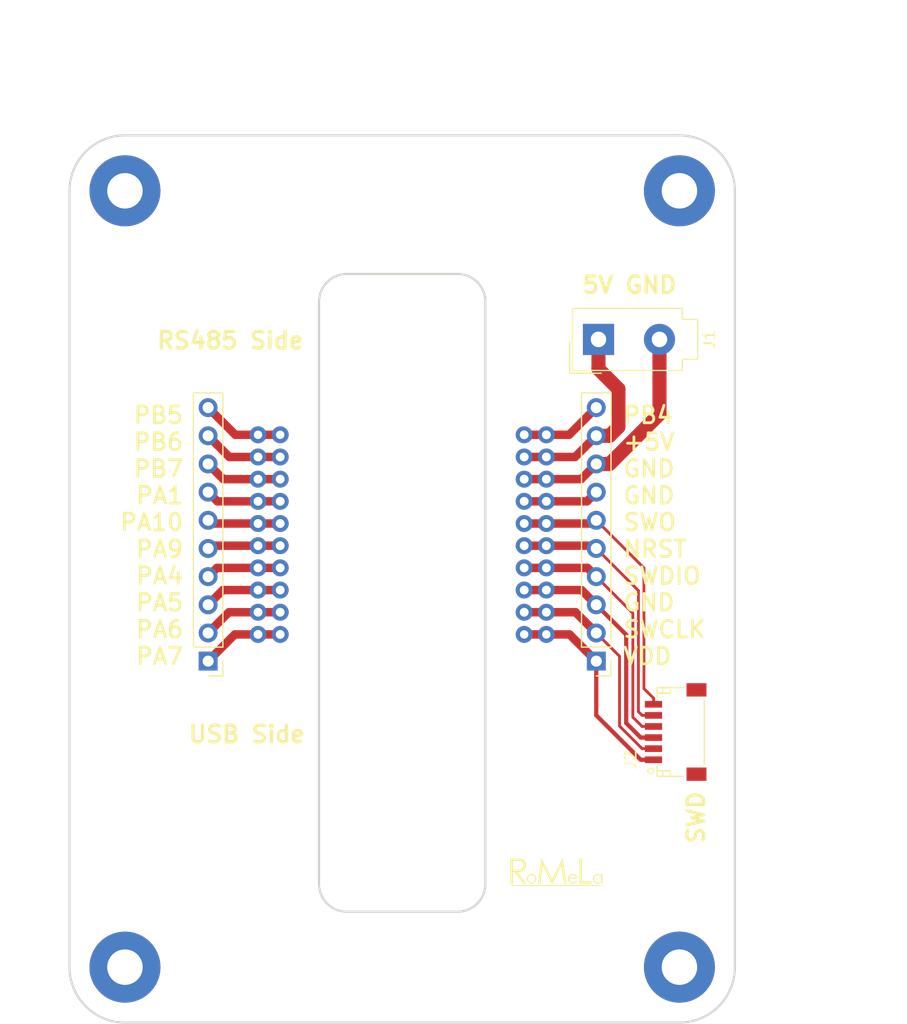
<source format=kicad_pcb>
(kicad_pcb (version 4) (host pcbnew 4.0.7)

  (general
    (links 48)
    (no_connects 0)
    (area 109.899999 39.899999 170.100001 120.100001)
    (thickness 1.6)
    (drawings 33)
    (tracks 94)
    (zones 0)
    (modules 11)
    (nets 21)
  )

  (page A4)
  (layers
    (0 F.Cu signal)
    (31 B.Cu signal)
    (32 B.Adhes user)
    (33 F.Adhes user)
    (34 B.Paste user)
    (35 F.Paste user)
    (36 B.SilkS user)
    (37 F.SilkS user)
    (38 B.Mask user)
    (39 F.Mask user)
    (40 Dwgs.User user)
    (41 Cmts.User user)
    (42 Eco1.User user)
    (43 Eco2.User user)
    (44 Edge.Cuts user)
    (45 Margin user)
    (46 B.CrtYd user)
    (47 F.CrtYd user)
    (48 B.Fab user)
    (49 F.Fab user)
  )

  (setup
    (last_trace_width 1.27)
    (user_trace_width 0.1524)
    (user_trace_width 0.254)
    (user_trace_width 0.381)
    (user_trace_width 0.508)
    (user_trace_width 0.762)
    (user_trace_width 1.27)
    (trace_clearance 0.1524)
    (zone_clearance 0.2032)
    (zone_45_only no)
    (trace_min 0.1524)
    (segment_width 0.2)
    (edge_width 0.2)
    (via_size 0.6096)
    (via_drill 0.3048)
    (via_min_size 0.6096)
    (via_min_drill 0.3048)
    (user_via 0.6096 0.3048)
    (uvia_size 0.3)
    (uvia_drill 0.1)
    (uvias_allowed no)
    (uvia_min_size 0.0254)
    (uvia_min_drill 0.1)
    (pcb_text_width 0.3)
    (pcb_text_size 1.5 1.5)
    (mod_edge_width 0.15)
    (mod_text_size 0.762 0.762)
    (mod_text_width 0.127)
    (pad_size 3 3)
    (pad_drill 3)
    (pad_to_mask_clearance 0.0762)
    (solder_mask_min_width 0.0762)
    (aux_axis_origin 140 90)
    (grid_origin 140 90)
    (visible_elements 7FFFFFFF)
    (pcbplotparams
      (layerselection 0x010f0_80000001)
      (usegerberextensions false)
      (excludeedgelayer true)
      (linewidth 0.100000)
      (plotframeref false)
      (viasonmask false)
      (mode 1)
      (useauxorigin false)
      (hpglpennumber 1)
      (hpglpenspeed 20)
      (hpglpendiameter 15)
      (hpglpenoverlay 2)
      (psnegative false)
      (psa4output false)
      (plotreference true)
      (plotvalue true)
      (plotinvisibletext false)
      (padsonsilk false)
      (subtractmaskfromsilk false)
      (outputformat 1)
      (mirror false)
      (drillshape 0)
      (scaleselection 1)
      (outputdirectory Gerber/))
  )

  (net 0 "")
  (net 1 /USART1_TX)
  (net 2 /NRST)
  (net 3 /SWDIO)
  (net 4 /SWCLK)
  (net 5 /SWO)
  (net 6 /USART2_DE)
  (net 7 /PA4)
  (net 8 /PA5)
  (net 9 /PA6)
  (net 10 /PA7)
  (net 11 /PB6)
  (net 12 /PB7)
  (net 13 /LED_G)
  (net 14 /LED_R)
  (net 15 /USART1_RX)
  (net 16 /VDD)
  (net 17 /GND3)
  (net 18 /GND7)
  (net 19 /GND8)
  (net 20 /+5V)

  (net_class Default "This is the default net class."
    (clearance 0.1524)
    (trace_width 0.254)
    (via_dia 0.6096)
    (via_drill 0.3048)
    (uvia_dia 0.3)
    (uvia_drill 0.1)
    (add_net /+5V)
    (add_net /GND3)
    (add_net /GND7)
    (add_net /GND8)
    (add_net /LED_G)
    (add_net /LED_R)
    (add_net /NRST)
    (add_net /PA4)
    (add_net /PA5)
    (add_net /PA6)
    (add_net /PA7)
    (add_net /PB6)
    (add_net /PB7)
    (add_net /SWCLK)
    (add_net /SWDIO)
    (add_net /SWO)
    (add_net /USART1_RX)
    (add_net /USART1_TX)
    (add_net /USART2_DE)
    (add_net /VDD)
  )

  (module Mounting_Holes:MountingHole_3.2mm_M3_Pad (layer F.Cu) (tedit 59C962C0) (tstamp 59C9678E)
    (at 115 115)
    (descr "Mounting Hole 3.2mm, M3")
    (tags "mounting hole 3.2mm m3")
    (attr virtual)
    (fp_text reference REF** (at 0 -4.2) (layer F.SilkS) hide
      (effects (font (size 1 1) (thickness 0.15)))
    )
    (fp_text value MountingHole_3.2mm_M3_Pad (at 0 4.2) (layer F.Fab)
      (effects (font (size 1 1) (thickness 0.15)))
    )
    (fp_text user %R (at 0.3 0) (layer F.Fab)
      (effects (font (size 1 1) (thickness 0.15)))
    )
    (fp_circle (center 0 0) (end 3.2 0) (layer Cmts.User) (width 0.15))
    (fp_circle (center 0 0) (end 3.45 0) (layer F.CrtYd) (width 0.05))
    (pad 1 thru_hole circle (at 0 0) (size 6.4 6.4) (drill 3.2) (layers *.Cu *.Mask))
  )

  (module Mounting_Holes:MountingHole_3.2mm_M3_Pad (layer F.Cu) (tedit 59C962C0) (tstamp 59C9678A)
    (at 165 115)
    (descr "Mounting Hole 3.2mm, M3")
    (tags "mounting hole 3.2mm m3")
    (attr virtual)
    (fp_text reference REF** (at 0 -4.2) (layer F.SilkS) hide
      (effects (font (size 1 1) (thickness 0.15)))
    )
    (fp_text value MountingHole_3.2mm_M3_Pad (at 0 4.2) (layer F.Fab)
      (effects (font (size 1 1) (thickness 0.15)))
    )
    (fp_text user %R (at 0.3 0) (layer F.Fab)
      (effects (font (size 1 1) (thickness 0.15)))
    )
    (fp_circle (center 0 0) (end 3.2 0) (layer Cmts.User) (width 0.15))
    (fp_circle (center 0 0) (end 3.45 0) (layer F.CrtYd) (width 0.05))
    (pad 1 thru_hole circle (at 0 0) (size 6.4 6.4) (drill 3.2) (layers *.Cu *.Mask))
  )

  (module Mounting_Holes:MountingHole_3.2mm_M3_Pad (layer F.Cu) (tedit 59C962C0) (tstamp 59C96779)
    (at 165 45)
    (descr "Mounting Hole 3.2mm, M3")
    (tags "mounting hole 3.2mm m3")
    (attr virtual)
    (fp_text reference REF** (at 0 -4.2) (layer F.SilkS) hide
      (effects (font (size 1 1) (thickness 0.15)))
    )
    (fp_text value MountingHole_3.2mm_M3_Pad (at 0 4.2) (layer F.Fab)
      (effects (font (size 1 1) (thickness 0.15)))
    )
    (fp_text user %R (at 0.3 0) (layer F.Fab)
      (effects (font (size 1 1) (thickness 0.15)))
    )
    (fp_circle (center 0 0) (end 3.2 0) (layer Cmts.User) (width 0.15))
    (fp_circle (center 0 0) (end 3.45 0) (layer F.CrtYd) (width 0.05))
    (pad 1 thru_hole circle (at 0 0) (size 6.4 6.4) (drill 3.2) (layers *.Cu *.Mask))
  )

  (module footprint_RoMeLa:Spring_Contact_10P (layer F.Cu) (tedit 59C96067) (tstamp 59C960C2)
    (at 129 67 180)
    (path /59C96CC8)
    (fp_text reference P1 (at 0 3 180) (layer F.SilkS) hide
      (effects (font (size 1 1) (thickness 0.15)))
    )
    (fp_text value CONN_Left (at 0 2 180) (layer F.Fab)
      (effects (font (size 1 1) (thickness 0.15)))
    )
    (pad 1 thru_hole circle (at 0 0 180) (size 1.524 1.524) (drill 0.762) (layers *.Cu *.Mask)
      (net 14 /LED_R))
    (pad 2 thru_hole circle (at 0 -2 180) (size 1.524 1.524) (drill 0.8) (layers *.Cu *.Mask)
      (net 11 /PB6))
    (pad 3 thru_hole circle (at 0 -4 180) (size 1.524 1.524) (drill 0.8) (layers *.Cu *.Mask)
      (net 12 /PB7))
    (pad 4 thru_hole circle (at 0 -6 180) (size 1.524 1.524) (drill 0.8) (layers *.Cu *.Mask)
      (net 6 /USART2_DE))
    (pad 5 thru_hole circle (at 0 -8 180) (size 1.524 1.524) (drill 0.8) (layers *.Cu *.Mask)
      (net 15 /USART1_RX))
    (pad 6 thru_hole circle (at 0 -10 180) (size 1.524 1.524) (drill 0.8) (layers *.Cu *.Mask)
      (net 1 /USART1_TX))
    (pad 7 thru_hole circle (at 0 -12 180) (size 1.524 1.524) (drill 0.8) (layers *.Cu *.Mask)
      (net 7 /PA4))
    (pad 8 thru_hole circle (at 0 -14 180) (size 1.524 1.524) (drill 0.8) (layers *.Cu *.Mask)
      (net 8 /PA5))
    (pad 9 thru_hole circle (at 0 -16 180) (size 1.524 1.524) (drill 0.8) (layers *.Cu *.Mask)
      (net 9 /PA6))
    (pad 10 thru_hole circle (at 0 -18 180) (size 1.524 1.524) (drill 0.8) (layers *.Cu *.Mask)
      (net 10 /PA7))
    (pad 4 thru_hole circle (at 2 -6 180) (size 1.524 1.524) (drill 0.8) (layers *.Cu *.Mask)
      (net 6 /USART2_DE))
    (pad 5 thru_hole circle (at 2 -8 180) (size 1.524 1.524) (drill 0.8) (layers *.Cu *.Mask)
      (net 15 /USART1_RX))
    (pad 2 thru_hole circle (at 2 -2 180) (size 1.524 1.524) (drill 0.8) (layers *.Cu *.Mask)
      (net 11 /PB6))
    (pad 3 thru_hole circle (at 2 -4 180) (size 1.524 1.524) (drill 0.8) (layers *.Cu *.Mask)
      (net 12 /PB7))
    (pad 1 thru_hole circle (at 2 0 180) (size 1.524 1.524) (drill 0.762) (layers *.Cu *.Mask)
      (net 14 /LED_R))
    (pad 9 thru_hole circle (at 2 -16 180) (size 1.524 1.524) (drill 0.8) (layers *.Cu *.Mask)
      (net 9 /PA6))
    (pad 6 thru_hole circle (at 2 -10 180) (size 1.524 1.524) (drill 0.8) (layers *.Cu *.Mask)
      (net 1 /USART1_TX))
    (pad 7 thru_hole circle (at 2 -12 180) (size 1.524 1.524) (drill 0.8) (layers *.Cu *.Mask)
      (net 7 /PA4))
    (pad 8 thru_hole circle (at 2 -14 180) (size 1.524 1.524) (drill 0.8) (layers *.Cu *.Mask)
      (net 8 /PA5))
    (pad 10 thru_hole circle (at 2 -18 180) (size 1.524 1.524) (drill 0.8) (layers *.Cu *.Mask)
      (net 10 /PA7))
    (pad "" np_thru_hole circle (at -2 0 180) (size 1.524 1.524) (drill 1.524) (layers *.Cu *.Mask))
    (pad "" np_thru_hole circle (at -2 -2 180) (size 1.524 1.524) (drill 1.524) (layers *.Cu *.Mask))
    (pad "" np_thru_hole circle (at -2 -4 180) (size 1.524 1.524) (drill 1.524) (layers *.Cu *.Mask))
    (pad "" np_thru_hole circle (at -2 -6 180) (size 1.524 1.524) (drill 1.524) (layers *.Cu *.Mask))
    (pad "" np_thru_hole circle (at -2 -8 180) (size 1.524 1.524) (drill 1.524) (layers *.Cu *.Mask))
    (pad "" np_thru_hole circle (at -2 -10 180) (size 1.524 1.524) (drill 1.524) (layers *.Cu *.Mask))
    (pad "" np_thru_hole circle (at -2 -12 180) (size 1.524 1.524) (drill 1.524) (layers *.Cu *.Mask))
    (pad "" np_thru_hole circle (at -2 -14 180) (size 1.524 1.524) (drill 1.524) (layers *.Cu *.Mask))
    (pad "" np_thru_hole circle (at -2 -16 180) (size 1.524 1.524) (drill 1.524) (layers *.Cu *.Mask))
    (pad "" np_thru_hole circle (at -2 -18 180) (size 1.524 1.524) (drill 1.524) (layers *.Cu *.Mask))
  )

  (module footprint_RoMeLa:Spring_Contact_10P (layer F.Cu) (tedit 59C96065) (tstamp 59C960E4)
    (at 151 85)
    (path /59C96AD3)
    (fp_text reference P2 (at 0 3) (layer F.SilkS) hide
      (effects (font (size 1 1) (thickness 0.15)))
    )
    (fp_text value CONN_Right (at 0 2) (layer F.Fab)
      (effects (font (size 1 1) (thickness 0.15)))
    )
    (pad 1 thru_hole circle (at 0 0) (size 1.524 1.524) (drill 0.762) (layers *.Cu *.Mask)
      (net 16 /VDD))
    (pad 2 thru_hole circle (at 0 -2) (size 1.524 1.524) (drill 0.8) (layers *.Cu *.Mask)
      (net 4 /SWCLK))
    (pad 3 thru_hole circle (at 0 -4) (size 1.524 1.524) (drill 0.8) (layers *.Cu *.Mask)
      (net 17 /GND3))
    (pad 4 thru_hole circle (at 0 -6) (size 1.524 1.524) (drill 0.8) (layers *.Cu *.Mask)
      (net 3 /SWDIO))
    (pad 5 thru_hole circle (at 0 -8) (size 1.524 1.524) (drill 0.8) (layers *.Cu *.Mask)
      (net 2 /NRST))
    (pad 6 thru_hole circle (at 0 -10) (size 1.524 1.524) (drill 0.8) (layers *.Cu *.Mask)
      (net 5 /SWO))
    (pad 7 thru_hole circle (at 0 -12) (size 1.524 1.524) (drill 0.8) (layers *.Cu *.Mask)
      (net 18 /GND7))
    (pad 8 thru_hole circle (at 0 -14) (size 1.524 1.524) (drill 0.8) (layers *.Cu *.Mask)
      (net 19 /GND8))
    (pad 9 thru_hole circle (at 0 -16) (size 1.524 1.524) (drill 0.8) (layers *.Cu *.Mask)
      (net 20 /+5V))
    (pad 10 thru_hole circle (at 0 -18) (size 1.524 1.524) (drill 0.8) (layers *.Cu *.Mask)
      (net 13 /LED_G))
    (pad 4 thru_hole circle (at 2 -6) (size 1.524 1.524) (drill 0.8) (layers *.Cu *.Mask)
      (net 3 /SWDIO))
    (pad 5 thru_hole circle (at 2 -8) (size 1.524 1.524) (drill 0.8) (layers *.Cu *.Mask)
      (net 2 /NRST))
    (pad 2 thru_hole circle (at 2 -2) (size 1.524 1.524) (drill 0.8) (layers *.Cu *.Mask)
      (net 4 /SWCLK))
    (pad 3 thru_hole circle (at 2 -4) (size 1.524 1.524) (drill 0.8) (layers *.Cu *.Mask)
      (net 17 /GND3))
    (pad 1 thru_hole circle (at 2 0) (size 1.524 1.524) (drill 0.762) (layers *.Cu *.Mask)
      (net 16 /VDD))
    (pad 9 thru_hole circle (at 2 -16) (size 1.524 1.524) (drill 0.8) (layers *.Cu *.Mask)
      (net 20 /+5V))
    (pad 6 thru_hole circle (at 2 -10) (size 1.524 1.524) (drill 0.8) (layers *.Cu *.Mask)
      (net 5 /SWO))
    (pad 7 thru_hole circle (at 2 -12) (size 1.524 1.524) (drill 0.8) (layers *.Cu *.Mask)
      (net 18 /GND7))
    (pad 8 thru_hole circle (at 2 -14) (size 1.524 1.524) (drill 0.8) (layers *.Cu *.Mask)
      (net 19 /GND8))
    (pad 10 thru_hole circle (at 2 -18) (size 1.524 1.524) (drill 0.8) (layers *.Cu *.Mask)
      (net 13 /LED_G))
    (pad "" np_thru_hole circle (at -2 0) (size 1.524 1.524) (drill 1.524) (layers *.Cu *.Mask))
    (pad "" np_thru_hole circle (at -2 -2) (size 1.524 1.524) (drill 1.524) (layers *.Cu *.Mask))
    (pad "" np_thru_hole circle (at -2 -4) (size 1.524 1.524) (drill 1.524) (layers *.Cu *.Mask))
    (pad "" np_thru_hole circle (at -2 -6) (size 1.524 1.524) (drill 1.524) (layers *.Cu *.Mask))
    (pad "" np_thru_hole circle (at -2 -8) (size 1.524 1.524) (drill 1.524) (layers *.Cu *.Mask))
    (pad "" np_thru_hole circle (at -2 -10) (size 1.524 1.524) (drill 1.524) (layers *.Cu *.Mask))
    (pad "" np_thru_hole circle (at -2 -12) (size 1.524 1.524) (drill 1.524) (layers *.Cu *.Mask))
    (pad "" np_thru_hole circle (at -2 -14) (size 1.524 1.524) (drill 1.524) (layers *.Cu *.Mask))
    (pad "" np_thru_hole circle (at -2 -16) (size 1.524 1.524) (drill 1.524) (layers *.Cu *.Mask))
    (pad "" np_thru_hole circle (at -2 -18) (size 1.524 1.524) (drill 1.524) (layers *.Cu *.Mask))
  )

  (module Socket_Strips:Socket_Strip_Straight_1x10_Pitch2.54mm (layer F.Cu) (tedit 59C96062) (tstamp 59C962A0)
    (at 157.5 87.41 180)
    (descr "Through hole straight socket strip, 1x10, 2.54mm pitch, single row")
    (tags "Through hole socket strip THT 1x10 2.54mm single row")
    (path /59B6CED0)
    (fp_text reference P3 (at 0 -2.33 180) (layer F.SilkS) hide
      (effects (font (size 1 1) (thickness 0.15)))
    )
    (fp_text value CONN_01X10 (at 0 25.19 180) (layer F.Fab)
      (effects (font (size 1 1) (thickness 0.15)))
    )
    (fp_line (start -1.27 -1.27) (end -1.27 24.13) (layer F.Fab) (width 0.1))
    (fp_line (start -1.27 24.13) (end 1.27 24.13) (layer F.Fab) (width 0.1))
    (fp_line (start 1.27 24.13) (end 1.27 -1.27) (layer F.Fab) (width 0.1))
    (fp_line (start 1.27 -1.27) (end -1.27 -1.27) (layer F.Fab) (width 0.1))
    (fp_line (start -1.33 1.27) (end -1.33 24.19) (layer F.SilkS) (width 0.12))
    (fp_line (start -1.33 24.19) (end 1.33 24.19) (layer F.SilkS) (width 0.12))
    (fp_line (start 1.33 24.19) (end 1.33 1.27) (layer F.SilkS) (width 0.12))
    (fp_line (start 1.33 1.27) (end -1.33 1.27) (layer F.SilkS) (width 0.12))
    (fp_line (start -1.33 0) (end -1.33 -1.33) (layer F.SilkS) (width 0.12))
    (fp_line (start -1.33 -1.33) (end 0 -1.33) (layer F.SilkS) (width 0.12))
    (fp_line (start -1.8 -1.8) (end -1.8 24.65) (layer F.CrtYd) (width 0.05))
    (fp_line (start -1.8 24.65) (end 1.8 24.65) (layer F.CrtYd) (width 0.05))
    (fp_line (start 1.8 24.65) (end 1.8 -1.8) (layer F.CrtYd) (width 0.05))
    (fp_line (start 1.8 -1.8) (end -1.8 -1.8) (layer F.CrtYd) (width 0.05))
    (fp_text user %R (at 0 -2.33 180) (layer F.Fab)
      (effects (font (size 1 1) (thickness 0.15)))
    )
    (pad 1 thru_hole rect (at 0 0 180) (size 1.7 1.7) (drill 1) (layers *.Cu *.Mask)
      (net 16 /VDD))
    (pad 2 thru_hole oval (at 0 2.54 180) (size 1.7 1.7) (drill 1) (layers *.Cu *.Mask)
      (net 4 /SWCLK))
    (pad 3 thru_hole oval (at 0 5.08 180) (size 1.7 1.7) (drill 1) (layers *.Cu *.Mask)
      (net 17 /GND3))
    (pad 4 thru_hole oval (at 0 7.62 180) (size 1.7 1.7) (drill 1) (layers *.Cu *.Mask)
      (net 3 /SWDIO))
    (pad 5 thru_hole oval (at 0 10.16 180) (size 1.7 1.7) (drill 1) (layers *.Cu *.Mask)
      (net 2 /NRST))
    (pad 6 thru_hole oval (at 0 12.7 180) (size 1.7 1.7) (drill 1) (layers *.Cu *.Mask)
      (net 5 /SWO))
    (pad 7 thru_hole oval (at 0 15.24 180) (size 1.7 1.7) (drill 1) (layers *.Cu *.Mask)
      (net 18 /GND7))
    (pad 8 thru_hole oval (at 0 17.78 180) (size 1.7 1.7) (drill 1) (layers *.Cu *.Mask)
      (net 19 /GND8))
    (pad 9 thru_hole oval (at 0 20.32 180) (size 1.7 1.7) (drill 1) (layers *.Cu *.Mask)
      (net 20 /+5V))
    (pad 10 thru_hole oval (at 0 22.86 180) (size 1.7 1.7) (drill 1) (layers *.Cu *.Mask)
      (net 13 /LED_G))
    (model ${KISYS3DMOD}/Socket_Strips.3dshapes/Socket_Strip_Straight_1x10_Pitch2.54mm.wrl
      (at (xyz 0 -0.45 0))
      (scale (xyz 1 1 1))
      (rotate (xyz 0 0 270))
    )
  )

  (module Socket_Strips:Socket_Strip_Straight_1x10_Pitch2.54mm (layer F.Cu) (tedit 59C9605F) (tstamp 59C962BC)
    (at 122.5 87.41 180)
    (descr "Through hole straight socket strip, 1x10, 2.54mm pitch, single row")
    (tags "Through hole socket strip THT 1x10 2.54mm single row")
    (path /59B6DB07)
    (fp_text reference P4 (at 0 -2.33 180) (layer F.SilkS) hide
      (effects (font (size 1 1) (thickness 0.15)))
    )
    (fp_text value CONN_01X10 (at 0 25.19 180) (layer F.Fab)
      (effects (font (size 1 1) (thickness 0.15)))
    )
    (fp_line (start -1.27 -1.27) (end -1.27 24.13) (layer F.Fab) (width 0.1))
    (fp_line (start -1.27 24.13) (end 1.27 24.13) (layer F.Fab) (width 0.1))
    (fp_line (start 1.27 24.13) (end 1.27 -1.27) (layer F.Fab) (width 0.1))
    (fp_line (start 1.27 -1.27) (end -1.27 -1.27) (layer F.Fab) (width 0.1))
    (fp_line (start -1.33 1.27) (end -1.33 24.19) (layer F.SilkS) (width 0.12))
    (fp_line (start -1.33 24.19) (end 1.33 24.19) (layer F.SilkS) (width 0.12))
    (fp_line (start 1.33 24.19) (end 1.33 1.27) (layer F.SilkS) (width 0.12))
    (fp_line (start 1.33 1.27) (end -1.33 1.27) (layer F.SilkS) (width 0.12))
    (fp_line (start -1.33 0) (end -1.33 -1.33) (layer F.SilkS) (width 0.12))
    (fp_line (start -1.33 -1.33) (end 0 -1.33) (layer F.SilkS) (width 0.12))
    (fp_line (start -1.8 -1.8) (end -1.8 24.65) (layer F.CrtYd) (width 0.05))
    (fp_line (start -1.8 24.65) (end 1.8 24.65) (layer F.CrtYd) (width 0.05))
    (fp_line (start 1.8 24.65) (end 1.8 -1.8) (layer F.CrtYd) (width 0.05))
    (fp_line (start 1.8 -1.8) (end -1.8 -1.8) (layer F.CrtYd) (width 0.05))
    (fp_text user %R (at 0 -2.33 180) (layer F.Fab)
      (effects (font (size 1 1) (thickness 0.15)))
    )
    (pad 1 thru_hole rect (at 0 0 180) (size 1.7 1.7) (drill 1) (layers *.Cu *.Mask)
      (net 10 /PA7))
    (pad 2 thru_hole oval (at 0 2.54 180) (size 1.7 1.7) (drill 1) (layers *.Cu *.Mask)
      (net 9 /PA6))
    (pad 3 thru_hole oval (at 0 5.08 180) (size 1.7 1.7) (drill 1) (layers *.Cu *.Mask)
      (net 8 /PA5))
    (pad 4 thru_hole oval (at 0 7.62 180) (size 1.7 1.7) (drill 1) (layers *.Cu *.Mask)
      (net 7 /PA4))
    (pad 5 thru_hole oval (at 0 10.16 180) (size 1.7 1.7) (drill 1) (layers *.Cu *.Mask)
      (net 1 /USART1_TX))
    (pad 6 thru_hole oval (at 0 12.7 180) (size 1.7 1.7) (drill 1) (layers *.Cu *.Mask)
      (net 15 /USART1_RX))
    (pad 7 thru_hole oval (at 0 15.24 180) (size 1.7 1.7) (drill 1) (layers *.Cu *.Mask)
      (net 6 /USART2_DE))
    (pad 8 thru_hole oval (at 0 17.78 180) (size 1.7 1.7) (drill 1) (layers *.Cu *.Mask)
      (net 12 /PB7))
    (pad 9 thru_hole oval (at 0 20.32 180) (size 1.7 1.7) (drill 1) (layers *.Cu *.Mask)
      (net 11 /PB6))
    (pad 10 thru_hole oval (at 0 22.86 180) (size 1.7 1.7) (drill 1) (layers *.Cu *.Mask)
      (net 14 /LED_R))
    (model ${KISYS3DMOD}/Socket_Strips.3dshapes/Socket_Strip_Straight_1x10_Pitch2.54mm.wrl
      (at (xyz 0 -0.45 0))
      (scale (xyz 1 1 1))
      (rotate (xyz 0 0 270))
    )
  )

  (module Connectors_Molex:Molex_MiniFit-JR-5556-02A_2x01x4.20mm_Straight (layer F.Cu) (tedit 58A28952) (tstamp 59C966AA)
    (at 157.7 58.4 90)
    (descr "Molex Mini-Fit JR, PN:5556-02A, dual row, top entry type, through hole")
    (tags "connector molex mini-fit 5556")
    (path /59C96F44)
    (fp_text reference J1 (at 0 10 90) (layer F.SilkS)
      (effects (font (size 1 1) (thickness 0.15)))
    )
    (fp_text value Conn_01x02 (at 0 -4 90) (layer F.Fab)
      (effects (font (size 1 1) (thickness 0.15)))
    )
    (fp_line (start -2.7 -2.25) (end -2.7 7.45) (layer F.Fab) (width 0.1))
    (fp_line (start -2.7 7.45) (end 2.7 7.45) (layer F.Fab) (width 0.1))
    (fp_line (start 2.7 7.45) (end 2.7 -2.25) (layer F.Fab) (width 0.1))
    (fp_line (start 2.7 -2.25) (end -2.7 -2.25) (layer F.Fab) (width 0.1))
    (fp_line (start -1.7 7.45) (end -1.7 8.85) (layer F.Fab) (width 0.1))
    (fp_line (start -1.7 8.85) (end 1.7 8.85) (layer F.Fab) (width 0.1))
    (fp_line (start 1.7 8.85) (end 1.7 7.45) (layer F.Fab) (width 0.1))
    (fp_line (start -1.75 -1.75) (end -1.75 1.75) (layer F.Fab) (width 0.1))
    (fp_line (start -1.75 1.75) (end 1.75 1.75) (layer F.Fab) (width 0.1))
    (fp_line (start 1.75 1.75) (end 1.75 -1.75) (layer F.Fab) (width 0.1))
    (fp_line (start 1.75 -1.75) (end -1.75 -1.75) (layer F.Fab) (width 0.1))
    (fp_line (start -1.75 7.25) (end -1.75 4.625) (layer F.Fab) (width 0.1))
    (fp_line (start -1.75 4.625) (end -0.875 3.75) (layer F.Fab) (width 0.1))
    (fp_line (start -0.875 3.75) (end 0.875 3.75) (layer F.Fab) (width 0.1))
    (fp_line (start 0.875 3.75) (end 1.75 4.625) (layer F.Fab) (width 0.1))
    (fp_line (start 1.75 4.625) (end 1.75 7.25) (layer F.Fab) (width 0.1))
    (fp_line (start 1.75 7.25) (end -1.75 7.25) (layer F.Fab) (width 0.1))
    (fp_line (start 0 -2.35) (end -2.8 -2.35) (layer F.SilkS) (width 0.12))
    (fp_line (start -2.8 -2.35) (end -2.8 7.55) (layer F.SilkS) (width 0.12))
    (fp_line (start -2.8 7.55) (end -1.8 7.55) (layer F.SilkS) (width 0.12))
    (fp_line (start -1.8 7.55) (end -1.8 8.95) (layer F.SilkS) (width 0.12))
    (fp_line (start -1.8 8.95) (end 0 8.95) (layer F.SilkS) (width 0.12))
    (fp_line (start 0 -2.35) (end 2.8 -2.35) (layer F.SilkS) (width 0.12))
    (fp_line (start 2.8 -2.35) (end 2.8 7.55) (layer F.SilkS) (width 0.12))
    (fp_line (start 2.8 7.55) (end 1.8 7.55) (layer F.SilkS) (width 0.12))
    (fp_line (start 1.8 7.55) (end 1.8 8.95) (layer F.SilkS) (width 0.12))
    (fp_line (start 1.8 8.95) (end 0 8.95) (layer F.SilkS) (width 0.12))
    (fp_line (start -0.2 -2.6) (end -3.05 -2.6) (layer F.SilkS) (width 0.12))
    (fp_line (start -3.05 -2.6) (end -3.05 0.25) (layer F.SilkS) (width 0.12))
    (fp_line (start -0.2 -2.6) (end -3.05 -2.6) (layer F.Fab) (width 0.1))
    (fp_line (start -3.05 -2.6) (end -3.05 0.25) (layer F.Fab) (width 0.1))
    (fp_line (start -3.2 -2.75) (end -3.2 9.3) (layer F.CrtYd) (width 0.05))
    (fp_line (start -3.2 9.3) (end 3.2 9.3) (layer F.CrtYd) (width 0.05))
    (fp_line (start 3.2 9.3) (end 3.2 -2.75) (layer F.CrtYd) (width 0.05))
    (fp_line (start 3.2 -2.75) (end -3.2 -2.75) (layer F.CrtYd) (width 0.05))
    (fp_text user %R (at 0 3 90) (layer F.Fab)
      (effects (font (size 1 1) (thickness 0.15)))
    )
    (pad 1 thru_hole rect (at 0 0 90) (size 2.8 2.8) (drill 1.4) (layers *.Cu *.Mask)
      (net 20 /+5V))
    (pad 2 thru_hole circle (at 0 5.5 90) (size 2.8 2.8) (drill 1.4) (layers *.Cu *.Mask)
      (net 19 /GND8))
    (model ${KISYS3DMOD}/Connectors_Molex.3dshapes/Molex_MiniFit-JR-5556-02A_2x01x4.20mm_Straight.wrl
      (at (xyz 0 0 0))
      (scale (xyz 1 1 1))
      (rotate (xyz 0 0 0))
    )
  )

  (module Mounting_Holes:MountingHole_3.2mm_M3_Pad (layer F.Cu) (tedit 59C962C2) (tstamp 59C96776)
    (at 115 45)
    (descr "Mounting Hole 3.2mm, M3")
    (tags "mounting hole 3.2mm m3")
    (attr virtual)
    (fp_text reference REF** (at 0 -4.2) (layer F.SilkS) hide
      (effects (font (size 1 1) (thickness 0.15)))
    )
    (fp_text value MountingHole_3.2mm_M3_Pad (at 0 4.2) (layer F.Fab)
      (effects (font (size 1 1) (thickness 0.15)))
    )
    (fp_text user %R (at 0.3 0) (layer F.Fab)
      (effects (font (size 1 1) (thickness 0.15)))
    )
    (fp_circle (center 0 0) (end 3.2 0) (layer Cmts.User) (width 0.15))
    (fp_circle (center 0 0) (end 3.45 0) (layer F.CrtYd) (width 0.05))
    (pad 1 thru_hole circle (at 0 0) (size 6.4 6.4) (drill 3.2) (layers *.Cu *.Mask))
  )

  (module Connectors_JST:JST_SH_SM06B-SRSS-TB_06x1.00mm_Angled (layer F.Cu) (tedit 56B07436) (tstamp 59C9685C)
    (at 164.6 93.8 90)
    (descr http://www.jst-mfg.com/product/pdf/eng/eSH.pdf)
    (tags "connector jst sh")
    (path /59C96FCD)
    (attr smd)
    (fp_text reference J2 (at -2.5 -4 90) (layer F.SilkS)
      (effects (font (size 1 1) (thickness 0.15)))
    )
    (fp_text value Conn_01x06 (at 0 4.5 90) (layer F.Fab)
      (effects (font (size 1 1) (thickness 0.15)))
    )
    (fp_circle (center -3.5 -2.1875) (end -3.25 -2.1875) (layer F.SilkS) (width 0.12))
    (fp_line (start -2.9 2.6375) (end 2.9 2.6375) (layer F.SilkS) (width 0.12))
    (fp_line (start -4 0.7375) (end -4 -1.6125) (layer F.SilkS) (width 0.12))
    (fp_line (start -4 -1.6125) (end -3.1 -1.6125) (layer F.SilkS) (width 0.12))
    (fp_line (start -3.5 -1.6125) (end -3.5 -0.4125) (layer F.SilkS) (width 0.12))
    (fp_line (start -3.5 -0.4125) (end -3.5 -0.4125) (layer F.SilkS) (width 0.12))
    (fp_line (start -3.5 -0.4125) (end -3.5 -1.6125) (layer F.SilkS) (width 0.12))
    (fp_line (start -3.5 -1.6125) (end -3.5 -1.6125) (layer F.SilkS) (width 0.12))
    (fp_line (start -3.5 -1.1125) (end -3.5 -1.1125) (layer F.SilkS) (width 0.12))
    (fp_line (start -3.5 -1.1125) (end -4 -1.1125) (layer F.SilkS) (width 0.12))
    (fp_line (start -4 -1.1125) (end -4 -1.1125) (layer F.SilkS) (width 0.12))
    (fp_line (start -4 -1.1125) (end -3.5 -1.1125) (layer F.SilkS) (width 0.12))
    (fp_line (start -3.5 -0.4125) (end -3.5 -0.4125) (layer F.SilkS) (width 0.12))
    (fp_line (start -3.5 -0.4125) (end -4 -0.4125) (layer F.SilkS) (width 0.12))
    (fp_line (start -4 -0.4125) (end -4 -0.4125) (layer F.SilkS) (width 0.12))
    (fp_line (start -4 -0.4125) (end -3.5 -0.4125) (layer F.SilkS) (width 0.12))
    (fp_line (start 4 0.7375) (end 4 -1.6125) (layer F.SilkS) (width 0.12))
    (fp_line (start 4 -1.6125) (end 3.1 -1.6125) (layer F.SilkS) (width 0.12))
    (fp_line (start 3.5 -1.6125) (end 3.5 -0.4125) (layer F.SilkS) (width 0.12))
    (fp_line (start 3.5 -0.4125) (end 3.5 -0.4125) (layer F.SilkS) (width 0.12))
    (fp_line (start 3.5 -0.4125) (end 3.5 -1.6125) (layer F.SilkS) (width 0.12))
    (fp_line (start 3.5 -1.6125) (end 3.5 -1.6125) (layer F.SilkS) (width 0.12))
    (fp_line (start 3.5 -1.1125) (end 3.5 -1.1125) (layer F.SilkS) (width 0.12))
    (fp_line (start 3.5 -1.1125) (end 4 -1.1125) (layer F.SilkS) (width 0.12))
    (fp_line (start 4 -1.1125) (end 4 -1.1125) (layer F.SilkS) (width 0.12))
    (fp_line (start 4 -1.1125) (end 3.5 -1.1125) (layer F.SilkS) (width 0.12))
    (fp_line (start 3.5 -0.4125) (end 3.5 -0.4125) (layer F.SilkS) (width 0.12))
    (fp_line (start 3.5 -0.4125) (end 4 -0.4125) (layer F.SilkS) (width 0.12))
    (fp_line (start 4 -0.4125) (end 4 -0.4125) (layer F.SilkS) (width 0.12))
    (fp_line (start 4 -0.4125) (end 3.5 -0.4125) (layer F.SilkS) (width 0.12))
    (fp_line (start -4.9 3.35) (end -4.9 -3.25) (layer F.CrtYd) (width 0.05))
    (fp_line (start -4.9 -3.25) (end 4.9 -3.25) (layer F.CrtYd) (width 0.05))
    (fp_line (start 4.9 -3.25) (end 4.9 3.35) (layer F.CrtYd) (width 0.05))
    (fp_line (start 4.9 3.35) (end -4.9 3.35) (layer F.CrtYd) (width 0.05))
    (pad 1 smd rect (at -2.5 -1.9375 90) (size 0.6 1.55) (layers F.Cu F.Paste F.Mask)
      (net 16 /VDD))
    (pad 2 smd rect (at -1.5 -1.9375 90) (size 0.6 1.55) (layers F.Cu F.Paste F.Mask)
      (net 4 /SWCLK))
    (pad 3 smd rect (at -0.5 -1.9375 90) (size 0.6 1.55) (layers F.Cu F.Paste F.Mask)
      (net 17 /GND3))
    (pad 4 smd rect (at 0.5 -1.9375 90) (size 0.6 1.55) (layers F.Cu F.Paste F.Mask)
      (net 3 /SWDIO))
    (pad 5 smd rect (at 1.5 -1.9375 90) (size 0.6 1.55) (layers F.Cu F.Paste F.Mask)
      (net 2 /NRST))
    (pad 6 smd rect (at 2.5 -1.9375 90) (size 0.6 1.55) (layers F.Cu F.Paste F.Mask)
      (net 5 /SWO))
    (pad "" smd rect (at -3.8 1.9375 90) (size 1.2 1.8) (layers F.Cu F.Paste F.Mask))
    (pad "" smd rect (at 3.8 1.9375 90) (size 1.2 1.8) (layers F.Cu F.Paste F.Mask))
  )

  (module footprint_RoMeLa:LOGO (layer F.Cu) (tedit 0) (tstamp 59C96947)
    (at 153.9 106.7)
    (fp_text reference G*** (at 0 0) (layer F.SilkS) hide
      (effects (font (size 0.762 0.762) (thickness 0.127)))
    )
    (fp_text value LOGO (at 0.75 0) (layer F.SilkS) hide
      (effects (font (thickness 0.3)))
    )
    (fp_poly (pts (xy 0.503629 0.889003) (xy 0.956085 0.889026) (xy 1.369694 0.889086) (xy 1.746201 0.889201)
      (xy 2.087349 0.889388) (xy 2.394881 0.889665) (xy 2.670541 0.89005) (xy 2.916072 0.890561)
      (xy 3.133219 0.891215) (xy 3.323724 0.892031) (xy 3.489331 0.893025) (xy 3.631784 0.894216)
      (xy 3.752826 0.895622) (xy 3.8542 0.89726) (xy 3.937652 0.899147) (xy 4.004922 0.901302)
      (xy 4.057757 0.903743) (xy 4.097898 0.906487) (xy 4.127089 0.909552) (xy 4.147075 0.912955)
      (xy 4.159598 0.916715) (xy 4.166402 0.920849) (xy 4.169231 0.925375) (xy 4.169828 0.93031)
      (xy 4.169834 0.931333) (xy 4.169471 0.936351) (xy 4.16722 0.940956) (xy 4.161337 0.945166)
      (xy 4.150079 0.948998) (xy 4.131702 0.95247) (xy 4.104463 0.9556) (xy 4.066618 0.958406)
      (xy 4.016424 0.960905) (xy 3.952136 0.963115) (xy 3.872013 0.965054) (xy 3.774309 0.96674)
      (xy 3.657281 0.96819) (xy 3.519187 0.969422) (xy 3.358281 0.970454) (xy 3.172822 0.971303)
      (xy 2.961064 0.971988) (xy 2.721266 0.972525) (xy 2.451682 0.972934) (xy 2.15057 0.973231)
      (xy 1.816187 0.973435) (xy 1.446787 0.973562) (xy 1.040629 0.973631) (xy 0.595968 0.97366)
      (xy 0.111061 0.973666) (xy 0.010584 0.973666) (xy -0.482462 0.973662) (xy -0.934918 0.97364)
      (xy -1.348527 0.97358) (xy -1.725034 0.973465) (xy -2.066182 0.973278) (xy -2.373714 0.973001)
      (xy -2.649374 0.972616) (xy -2.894905 0.972105) (xy -3.112052 0.97145) (xy -3.302557 0.970635)
      (xy -3.468164 0.96964) (xy -3.610617 0.968449) (xy -3.731659 0.967044) (xy -3.833033 0.965406)
      (xy -3.916485 0.963518) (xy -3.983755 0.961363) (xy -4.03659 0.958922) (xy -4.076731 0.956179)
      (xy -4.105922 0.953114) (xy -4.125908 0.94971) (xy -4.138431 0.945951) (xy -4.145235 0.941817)
      (xy -4.148064 0.937291) (xy -4.148661 0.932356) (xy -4.148666 0.931333) (xy -4.148304 0.926315)
      (xy -4.146053 0.921709) (xy -4.14017 0.9175) (xy -4.128912 0.913668) (xy -4.110535 0.910195)
      (xy -4.083296 0.907065) (xy -4.045451 0.904259) (xy -3.995257 0.90176) (xy -3.930969 0.89955)
      (xy -3.850846 0.897611) (xy -3.753142 0.895926) (xy -3.636114 0.894476) (xy -3.49802 0.893244)
      (xy -3.337114 0.892212) (xy -3.151655 0.891363) (xy -2.939897 0.890678) (xy -2.700099 0.89014)
      (xy -2.430515 0.889732) (xy -2.129403 0.889435) (xy -1.79502 0.889231) (xy -1.42562 0.889104)
      (xy -1.019462 0.889034) (xy -0.574801 0.889006) (xy -0.089894 0.889) (xy 0.010584 0.889)
      (xy 0.503629 0.889003)) (layer F.SilkS) (width 0.01))
    (fp_poly (pts (xy -3.677708 -1.497352) (xy -3.499407 -1.492356) (xy -3.357266 -1.485698) (xy -3.245115 -1.476038)
      (xy -3.156781 -1.462039) (xy -3.086093 -1.442365) (xy -3.026879 -1.415676) (xy -2.972969 -1.380635)
      (xy -2.918189 -1.335904) (xy -2.913363 -1.331672) (xy -2.815004 -1.224675) (xy -2.753828 -1.106215)
      (xy -2.726211 -0.96807) (xy -2.723748 -0.901489) (xy -2.74117 -0.738558) (xy -2.791994 -0.59836)
      (xy -2.875111 -0.483617) (xy -2.906022 -0.454697) (xy -2.989551 -0.393943) (xy -3.084152 -0.348572)
      (xy -3.200639 -0.314385) (xy -3.329611 -0.290255) (xy -3.494806 -0.264584) (xy -3.109859 0.232833)
      (xy -3.011741 0.359597) (xy -2.921438 0.476225) (xy -2.842366 0.578309) (xy -2.77794 0.661441)
      (xy -2.731577 0.721211) (xy -2.706691 0.753211) (xy -2.703948 0.756708) (xy -2.70152 0.77121)
      (xy -2.726838 0.77949) (xy -2.785875 0.78288) (xy -2.822565 0.783166) (xy -2.962147 0.783166)
      (xy -3.370198 0.254723) (xy -3.484253 0.107308) (xy -3.575729 -0.009906) (xy -3.647734 -0.100366)
      (xy -3.703375 -0.167521) (xy -3.745761 -0.214818) (xy -3.777998 -0.245708) (xy -3.803193 -0.263637)
      (xy -3.824455 -0.272054) (xy -3.844891 -0.274408) (xy -3.847041 -0.274443) (xy -3.915833 -0.275167)
      (xy -3.915833 0.783166) (xy -4.148666 0.783166) (xy -4.148666 -0.508) (xy -3.915833 -0.508)
      (xy -3.614208 -0.508119) (xy -3.498161 -0.509691) (xy -3.390724 -0.513918) (xy -3.302249 -0.520202)
      (xy -3.243086 -0.527944) (xy -3.233865 -0.530099) (xy -3.121616 -0.5816) (xy -3.034771 -0.663076)
      (xy -2.978621 -0.767623) (xy -2.958451 -0.888341) (xy -2.958449 -0.889618) (xy -2.977132 -1.015151)
      (xy -3.03146 -1.121411) (xy -3.118483 -1.203098) (xy -3.151449 -1.223809) (xy -3.183174 -1.238872)
      (xy -3.221116 -1.249359) (xy -3.272735 -1.256341) (xy -3.345492 -1.26089) (xy -3.446844 -1.264079)
      (xy -3.559675 -1.266493) (xy -3.915833 -1.273569) (xy -3.915833 -0.508) (xy -4.148666 -0.508)
      (xy -4.148666 -1.508293) (xy -3.677708 -1.497352)) (layer F.SilkS) (width 0.01))
    (fp_poly (pts (xy -2.232798 -0.101317) (xy -2.207947 -0.099635) (xy -2.098347 -0.082033) (xy -2.012338 -0.049561)
      (xy -2.004515 -0.04497) (xy -1.907269 0.037991) (xy -1.841004 0.142405) (xy -1.806376 0.260187)
      (xy -1.804039 0.383253) (xy -1.834648 0.503519) (xy -1.898859 0.612899) (xy -1.947072 0.663995)
      (xy -2.060005 0.740934) (xy -2.181955 0.776732) (xy -2.310998 0.770998) (xy -2.378344 0.752161)
      (xy -2.486102 0.692595) (xy -2.578613 0.599661) (xy -2.628845 0.520327) (xy -2.654667 0.456066)
      (xy -2.664769 0.385703) (xy -2.664384 0.368134) (xy -2.559952 0.368134) (xy -2.533391 0.470699)
      (xy -2.477259 0.561247) (xy -2.394388 0.629595) (xy -2.382865 0.635779) (xy -2.282087 0.667353)
      (xy -2.176941 0.667233) (xy -2.082159 0.636153) (xy -2.05604 0.619506) (xy -1.968392 0.532019)
      (xy -1.917944 0.431661) (xy -1.904492 0.32539) (xy -1.927836 0.220162) (xy -1.987771 0.122936)
      (xy -2.072675 0.048128) (xy -2.169342 0.006247) (xy -2.271114 0.002974) (xy -2.370895 0.036383)
      (xy -2.461584 0.104545) (xy -2.513038 0.167675) (xy -2.554112 0.263732) (xy -2.559952 0.368134)
      (xy -2.664384 0.368134) (xy -2.662973 0.303804) (xy -2.635903 0.167906) (xy -2.573649 0.05547)
      (xy -2.476465 -0.033097) (xy -2.434166 -0.058425) (xy -2.369508 -0.088265) (xy -2.30914 -0.101331)
      (xy -2.232798 -0.101317)) (layer F.SilkS) (width 0.01))
    (fp_poly (pts (xy -1.302994 -1.484419) (xy -1.273803 -1.431593) (xy -1.229743 -1.347986) (xy -1.172666 -1.237224)
      (xy -1.104426 -1.102938) (xy -1.026878 -0.948756) (xy -0.941875 -0.778305) (xy -0.85127 -0.595216)
      (xy -0.836977 -0.566209) (xy -0.375725 0.370416) (xy 0.087668 -0.570078) (xy 0.187475 -0.771525)
      (xy 0.278882 -0.953797) (xy 0.360441 -1.114128) (xy 0.430706 -1.249753) (xy 0.488227 -1.357905)
      (xy 0.53156 -1.435818) (xy 0.559254 -1.480726) (xy 0.569474 -1.490828) (xy 0.575935 -1.466597)
      (xy 0.58756 -1.40446) (xy 0.603722 -1.308445) (xy 0.623793 -1.182582) (xy 0.647146 -1.030899)
      (xy 0.673154 -0.857427) (xy 0.701189 -0.666193) (xy 0.730623 -0.461228) (xy 0.738996 -0.402167)
      (xy 0.768694 -0.192569) (xy 0.796913 0.005691) (xy 0.823046 0.188392) (xy 0.846481 0.351314)
      (xy 0.86661 0.490237) (xy 0.882823 0.600941) (xy 0.89451 0.679206) (xy 0.901061 0.720813)
      (xy 0.901818 0.724958) (xy 0.906606 0.75912) (xy 0.896625 0.77634) (xy 0.862257 0.782421)
      (xy 0.805351 0.783166) (xy 0.732983 0.77802) (xy 0.69304 0.763617) (xy 0.688007 0.756708)
      (xy 0.683133 0.73036) (xy 0.673255 0.666871) (xy 0.659064 0.571049) (xy 0.641255 0.447701)
      (xy 0.62052 0.301634) (xy 0.597555 0.137655) (xy 0.573052 -0.039428) (xy 0.57131 -0.052098)
      (xy 0.546887 -0.228863) (xy 0.524109 -0.391956) (xy 0.503643 -0.536732) (xy 0.486156 -0.658551)
      (xy 0.472314 -0.75277) (xy 0.462785 -0.814746) (xy 0.458236 -0.839839) (xy 0.458093 -0.84013)
      (xy 0.447905 -0.82298) (xy 0.421094 -0.771636) (xy 0.379589 -0.689954) (xy 0.32532 -0.581792)
      (xy 0.260218 -0.451006) (xy 0.186211 -0.301453) (xy 0.10523 -0.13699) (xy 0.053394 -0.031324)
      (xy -0.046209 0.17058) (xy -0.135009 0.347728) (xy -0.211818 0.497863) (xy -0.275449 0.61873)
      (xy -0.324713 0.708072) (xy -0.358422 0.763634) (xy -0.375388 0.783159) (xy -0.375546 0.783166)
      (xy -0.392163 0.764386) (xy -0.425583 0.709557) (xy -0.47461 0.620946) (xy -0.538046 0.500822)
      (xy -0.614696 0.35145) (xy -0.703363 0.175099) (xy -0.802851 -0.025964) (xy -0.806952 -0.034312)
      (xy -0.891617 -0.206172) (xy -0.970563 -0.365396) (xy -1.041849 -0.508148) (xy -1.103537 -0.630592)
      (xy -1.153688 -0.728894) (xy -1.190364 -0.799218) (xy -1.211625 -0.837727) (xy -1.216224 -0.843937)
      (xy -1.22045 -0.822352) (xy -1.22956 -0.764392) (xy -1.242777 -0.675636) (xy -1.259325 -0.561663)
      (xy -1.278428 -0.428052) (xy -1.29931 -0.28038) (xy -1.321196 -0.124227) (xy -1.343308 0.034829)
      (xy -1.364872 0.191208) (xy -1.38511 0.339333) (xy -1.403248 0.473625) (xy -1.418508 0.588504)
      (xy -1.430115 0.678393) (xy -1.437294 0.737713) (xy -1.439333 0.759932) (xy -1.458851 0.77416)
      (xy -1.511226 0.782147) (xy -1.545166 0.783166) (xy -1.608206 0.781227) (xy -1.63967 0.772204)
      (xy -1.650255 0.751285) (xy -1.651061 0.735541) (xy -1.648171 0.706691) (xy -1.639938 0.640839)
      (xy -1.627049 0.542884) (xy -1.610193 0.417725) (xy -1.590057 0.27026) (xy -1.567331 0.10539)
      (xy -1.542703 -0.071987) (xy -1.516859 -0.256972) (xy -1.49049 -0.444666) (xy -1.464283 -0.630169)
      (xy -1.438925 -0.808583) (xy -1.415107 -0.975008) (xy -1.393514 -1.124545) (xy -1.374837 -1.252295)
      (xy -1.359762 -1.353359) (xy -1.348978 -1.422839) (xy -1.343317 -1.455209) (xy -1.328581 -1.492312)
      (xy -1.315461 -1.502834) (xy -1.302994 -1.484419)) (layer F.SilkS) (width 0.01))
    (fp_poly (pts (xy 1.57645 -0.092508) (xy 1.695632 -0.045913) (xy 1.793054 0.034991) (xy 1.864159 0.1472)
      (xy 1.880315 0.188366) (xy 1.898031 0.240277) (xy 1.907182 0.278627) (xy 1.902888 0.305463)
      (xy 1.880269 0.322835) (xy 1.834444 0.332793) (xy 1.760532 0.337385) (xy 1.653653 0.338661)
      (xy 1.522318 0.338666) (xy 1.139637 0.338666) (xy 1.154346 0.407458) (xy 1.196676 0.519328)
      (xy 1.265341 0.603293) (xy 1.353111 0.65725) (xy 1.452756 0.679091) (xy 1.557046 0.666712)
      (xy 1.658752 0.618007) (xy 1.715201 0.570799) (xy 1.775131 0.521118) (xy 1.823289 0.500747)
      (xy 1.854147 0.510762) (xy 1.862667 0.542014) (xy 1.845244 0.584566) (xy 1.79999 0.636276)
      (xy 1.737426 0.688377) (xy 1.668073 0.732104) (xy 1.602652 0.758641) (xy 1.507825 0.777786)
      (xy 1.431923 0.779089) (xy 1.355268 0.76209) (xy 1.325822 0.752161) (xy 1.211348 0.690768)
      (xy 1.124177 0.601997) (xy 1.066937 0.492867) (xy 1.04226 0.370402) (xy 1.052775 0.241623)
      (xy 1.056906 0.23004) (xy 1.164167 0.23004) (xy 1.180632 0.240494) (xy 1.231654 0.24784)
      (xy 1.31967 0.252268) (xy 1.447121 0.253968) (xy 1.471084 0.254) (xy 1.598305 0.253051)
      (xy 1.687871 0.24994) (xy 1.744421 0.244264) (xy 1.772596 0.235625) (xy 1.777921 0.227541)
      (xy 1.761332 0.173989) (xy 1.719393 0.113445) (xy 1.663435 0.060044) (xy 1.623842 0.035347)
      (xy 1.516348 0.004059) (xy 1.408075 0.006983) (xy 1.309172 0.041644) (xy 1.229787 0.105568)
      (xy 1.206834 0.137043) (xy 1.178998 0.187922) (xy 1.16468 0.225501) (xy 1.164167 0.23004)
      (xy 1.056906 0.23004) (xy 1.092685 0.129734) (xy 1.166039 0.019802) (xy 1.260163 -0.054011)
      (xy 1.37871 -0.094139) (xy 1.440069 -0.101789) (xy 1.57645 -0.092508)) (layer F.SilkS) (width 0.01))
    (fp_poly (pts (xy 2.307167 0.550333) (xy 3.175 0.550333) (xy 3.175 0.783166) (xy 2.074334 0.783166)
      (xy 2.074334 -1.502834) (xy 2.307167 -1.502834) (xy 2.307167 0.550333)) (layer F.SilkS) (width 0.01))
    (fp_poly (pts (xy 3.8695 -0.078369) (xy 3.972102 -0.019238) (xy 3.996969 0.002987) (xy 4.064 0.068523)
      (xy 4.064 -0.008072) (xy 4.067655 -0.05925) (xy 4.084297 -0.08066) (xy 4.116917 -0.084667)
      (xy 4.169834 -0.084667) (xy 4.169834 0.762) (xy 4.116917 0.762) (xy 4.081507 0.756679)
      (xy 4.066733 0.732489) (xy 4.064 0.685723) (xy 4.064 0.609447) (xy 3.990495 0.673985)
      (xy 3.880285 0.745849) (xy 3.761469 0.776903) (xy 3.637241 0.766499) (xy 3.595901 0.753964)
      (xy 3.471437 0.690839) (xy 3.381068 0.602624) (xy 3.324819 0.489354) (xy 3.302715 0.351067)
      (xy 3.302348 0.326692) (xy 3.303909 0.308304) (xy 3.41213 0.308304) (xy 3.42066 0.424393)
      (xy 3.462218 0.523494) (xy 3.530123 0.601237) (xy 3.617698 0.653254) (xy 3.718262 0.675178)
      (xy 3.825135 0.662639) (xy 3.903047 0.62936) (xy 3.989516 0.556617) (xy 4.04452 0.458853)
      (xy 4.063999 0.343312) (xy 4.064 0.342195) (xy 4.046093 0.220892) (xy 3.994805 0.122393)
      (xy 3.913785 0.050859) (xy 3.806682 0.010446) (xy 3.767942 0.004809) (xy 3.648246 0.011547)
      (xy 3.548452 0.054011) (xy 3.472771 0.128611) (xy 3.425411 0.231757) (xy 3.41213 0.308304)
      (xy 3.303909 0.308304) (xy 3.311339 0.220839) (xy 3.340498 0.135408) (xy 3.350153 0.117297)
      (xy 3.427916 0.017417) (xy 3.526818 -0.053519) (xy 3.638773 -0.094081) (xy 3.755695 -0.102841)
      (xy 3.8695 -0.078369)) (layer F.SilkS) (width 0.01))
  )

  (dimension 80 (width 0.3) (layer F.Fab)
    (gr_text "80.000 mm" (at 182.85 80 270) (layer F.Fab)
      (effects (font (size 1.5 1.5) (thickness 0.3)))
    )
    (feature1 (pts (xy 165 120) (xy 184.2 120)))
    (feature2 (pts (xy 165 40) (xy 184.2 40)))
    (crossbar (pts (xy 181.5 40) (xy 181.5 120)))
    (arrow1a (pts (xy 181.5 120) (xy 180.913579 118.873496)))
    (arrow1b (pts (xy 181.5 120) (xy 182.086421 118.873496)))
    (arrow2a (pts (xy 181.5 40) (xy 180.913579 41.126504)))
    (arrow2b (pts (xy 181.5 40) (xy 182.086421 41.126504)))
  )
  (dimension 60 (width 0.3) (layer F.Fab)
    (gr_text "60.000 mm" (at 140 29.65) (layer F.Fab)
      (effects (font (size 1.5 1.5) (thickness 0.3)))
    )
    (feature1 (pts (xy 170 45) (xy 170 28.3)))
    (feature2 (pts (xy 110 45) (xy 110 28.3)))
    (crossbar (pts (xy 110 31) (xy 170 31)))
    (arrow1a (pts (xy 170 31) (xy 168.873496 31.586421)))
    (arrow1b (pts (xy 170 31) (xy 168.873496 30.413579)))
    (arrow2a (pts (xy 110 31) (xy 111.126504 31.586421)))
    (arrow2b (pts (xy 110 31) (xy 111.126504 30.413579)))
  )
  (gr_text SWD (at 166.5 101.5 90) (layer F.SilkS) (tstamp 59C96A85)
    (effects (font (size 1.5 1.5) (thickness 0.3)))
  )
  (gr_text "5V GND" (at 160.5 53.5) (layer F.SilkS) (tstamp 59C96A7E)
    (effects (font (size 1.5 1.5) (thickness 0.3)))
  )
  (gr_text "RS485 Side" (at 124.5 58.5) (layer F.SilkS) (tstamp 59C96A75)
    (effects (font (size 1.5 1.5) (thickness 0.3)))
  )
  (gr_text "USB Side" (at 126 94) (layer F.SilkS)
    (effects (font (size 1.5 1.5) (thickness 0.3)))
  )
  (gr_text "PB5\nPB6\nPB7\nPA1\nPA10\nPA9\nPA4\nPA5\nPA6\nPA7\n" (at 120.4 76.1) (layer F.SilkS) (tstamp 59C96A5C)
    (effects (font (size 1.5 1.5) (thickness 0.254)) (justify right))
  )
  (gr_text "PB4\n+5V\nGND\nGND\nSWO\nNRST\nSWDIO\nGND\nSWCLK\nVDD" (at 159.8 76.1) (layer F.SilkS)
    (effects (font (size 1.5 1.5) (thickness 0.254)) (justify left))
  )
  (gr_arc (start 165 45) (end 165 40) (angle 90) (layer Edge.Cuts) (width 0.2))
  (gr_arc (start 165 115) (end 170 115) (angle 90) (layer Edge.Cuts) (width 0.2))
  (gr_arc (start 115 115) (end 115 120) (angle 90) (layer Edge.Cuts) (width 0.2))
  (gr_arc (start 115 45) (end 110 45) (angle 90) (layer Edge.Cuts) (width 0.2))
  (gr_line (start 170 115) (end 170 45) (layer Edge.Cuts) (width 0.2))
  (gr_line (start 115 120) (end 165 120) (layer Edge.Cuts) (width 0.2))
  (gr_line (start 110 45) (end 110 115) (layer Edge.Cuts) (width 0.2))
  (gr_line (start 165 40) (end 115 40) (layer Edge.Cuts) (width 0.2))
  (gr_arc (start 135 107.5) (end 135 110) (angle 90) (layer Edge.Cuts) (width 0.2))
  (gr_arc (start 145 107.5) (end 147.5 107.5) (angle 90) (layer Edge.Cuts) (width 0.2))
  (gr_arc (start 145 55) (end 145 52.5) (angle 90) (layer Edge.Cuts) (width 0.2))
  (gr_arc (start 135 55) (end 132.5 55) (angle 90) (layer Edge.Cuts) (width 0.2))
  (gr_line (start 135 52.5) (end 145 52.5) (layer Edge.Cuts) (width 0.2))
  (gr_line (start 135 110) (end 145 110) (layer Edge.Cuts) (width 0.2))
  (gr_line (start 147.5 55) (end 147.5 107.5) (layer Edge.Cuts) (width 0.2))
  (gr_line (start 132.5 55) (end 132.5 107.5) (layer Edge.Cuts) (width 0.2))
  (dimension 18 (width 0.3) (layer F.CrtYd)
    (gr_text "18.000 mm" (at 140 56.9) (layer F.CrtYd)
      (effects (font (size 1.5 1.5) (thickness 0.3)))
    )
    (feature1 (pts (xy 149 63.75) (xy 149 55.55)))
    (feature2 (pts (xy 131 63.75) (xy 131 55.55)))
    (crossbar (pts (xy 131 58.25) (xy 149 58.25)))
    (arrow1a (pts (xy 149 58.25) (xy 147.873496 58.836421)))
    (arrow1b (pts (xy 149 58.25) (xy 147.873496 57.663579)))
    (arrow2a (pts (xy 131 58.25) (xy 132.126504 58.836421)))
    (arrow2b (pts (xy 131 58.25) (xy 132.126504 57.663579)))
  )
  (gr_arc (start 146 89) (end 149 89) (angle 90) (layer F.CrtYd) (width 0.2))
  (gr_arc (start 134 89) (end 134 92) (angle 90) (layer F.CrtYd) (width 0.2))
  (gr_arc (start 146 64) (end 146 61) (angle 90) (layer F.CrtYd) (width 0.2))
  (gr_arc (start 134 64) (end 134 61) (angle -90) (layer F.CrtYd) (width 0.2))
  (gr_line (start 149 64) (end 149 89) (layer F.CrtYd) (width 0.2))
  (gr_line (start 134 61) (end 146 61) (layer F.CrtYd) (width 0.2))
  (gr_line (start 131 89) (end 131 64) (layer F.CrtYd) (width 0.2))
  (gr_line (start 146 92) (end 134 92) (layer F.CrtYd) (width 0.2))

  (segment (start 129 77) (end 127 77) (width 0.762) (layer F.Cu) (net 1))
  (segment (start 127 77) (end 122.75 77) (width 0.762) (layer F.Cu) (net 1))
  (segment (start 122.75 77) (end 122.5 77.25) (width 0.762) (layer F.Cu) (net 1))
  (segment (start 161.3 91.9665) (end 161.3 81.05) (width 0.254) (layer F.Cu) (net 2))
  (segment (start 161.3 81.05) (end 157.5 77.25) (width 0.254) (layer F.Cu) (net 2))
  (segment (start 162.6625 92.3) (end 161.6335 92.3) (width 0.254) (layer F.Cu) (net 2))
  (segment (start 161.6335 92.3) (end 161.3 91.9665) (width 0.254) (layer F.Cu) (net 2))
  (segment (start 153 77) (end 157.25 77) (width 0.762) (layer F.Cu) (net 2))
  (segment (start 157.25 77) (end 157.5 77.25) (width 0.762) (layer F.Cu) (net 2))
  (segment (start 151 77) (end 153 77) (width 0.762) (layer F.Cu) (net 2))
  (segment (start 160.8 92.4665) (end 160.8 83.09) (width 0.254) (layer F.Cu) (net 3))
  (segment (start 160.8 83.09) (end 157.5 79.79) (width 0.254) (layer F.Cu) (net 3))
  (segment (start 162.6625 93.3) (end 161.6335 93.3) (width 0.254) (layer F.Cu) (net 3))
  (segment (start 161.6335 93.3) (end 160.8 92.4665) (width 0.254) (layer F.Cu) (net 3))
  (segment (start 153 79) (end 156.71 79) (width 0.762) (layer F.Cu) (net 3))
  (segment (start 156.71 79) (end 157.5 79.79) (width 0.762) (layer F.Cu) (net 3))
  (segment (start 151 79) (end 153 79) (width 0.762) (layer F.Cu) (net 3))
  (segment (start 159.6 93.2665) (end 159.6 86.97) (width 0.254) (layer F.Cu) (net 4))
  (segment (start 159.6 86.97) (end 157.5 84.87) (width 0.254) (layer F.Cu) (net 4))
  (segment (start 162.6625 95.3) (end 161.6335 95.3) (width 0.254) (layer F.Cu) (net 4))
  (segment (start 161.6335 95.3) (end 159.6 93.2665) (width 0.254) (layer F.Cu) (net 4))
  (segment (start 153 83) (end 155.63 83) (width 0.762) (layer F.Cu) (net 4))
  (segment (start 155.63 83) (end 157.5 84.87) (width 0.762) (layer F.Cu) (net 4))
  (segment (start 151 83) (end 153 83) (width 0.762) (layer F.Cu) (net 4))
  (segment (start 161.8 89.8835) (end 161.8 79.01) (width 0.254) (layer F.Cu) (net 5))
  (segment (start 161.8 79.01) (end 157.5 74.71) (width 0.254) (layer F.Cu) (net 5))
  (segment (start 162.6625 91.3) (end 162.6625 90.746) (width 0.254) (layer F.Cu) (net 5))
  (segment (start 162.6625 90.746) (end 161.8 89.8835) (width 0.254) (layer F.Cu) (net 5))
  (segment (start 153 75) (end 157.21 75) (width 0.762) (layer F.Cu) (net 5))
  (segment (start 157.21 75) (end 157.5 74.71) (width 0.762) (layer F.Cu) (net 5))
  (segment (start 151 75) (end 153 75) (width 0.762) (layer F.Cu) (net 5))
  (segment (start 129 73) (end 127 73) (width 0.762) (layer F.Cu) (net 6))
  (segment (start 127 73) (end 123.33 73) (width 0.762) (layer F.Cu) (net 6))
  (segment (start 123.33 73) (end 122.5 72.17) (width 0.762) (layer F.Cu) (net 6))
  (segment (start 129 79) (end 127 79) (width 0.762) (layer F.Cu) (net 7))
  (segment (start 127 79) (end 123.29 79) (width 0.762) (layer F.Cu) (net 7))
  (segment (start 123.29 79) (end 122.5 79.79) (width 0.762) (layer F.Cu) (net 7))
  (segment (start 129 81) (end 127 81) (width 0.762) (layer F.Cu) (net 8))
  (segment (start 127 81) (end 123.83 81) (width 0.762) (layer F.Cu) (net 8))
  (segment (start 123.83 81) (end 122.5 82.33) (width 0.762) (layer F.Cu) (net 8))
  (segment (start 129 83) (end 127 83) (width 0.762) (layer F.Cu) (net 9))
  (segment (start 127 83) (end 124.37 83) (width 0.762) (layer F.Cu) (net 9))
  (segment (start 124.37 83) (end 122.5 84.87) (width 0.762) (layer F.Cu) (net 9))
  (segment (start 129 85) (end 127 85) (width 0.762) (layer F.Cu) (net 10))
  (segment (start 127 85) (end 124.91 85) (width 0.762) (layer F.Cu) (net 10))
  (segment (start 124.91 85) (end 122.5 87.41) (width 0.762) (layer F.Cu) (net 10))
  (segment (start 129 69) (end 127 69) (width 0.762) (layer F.Cu) (net 11))
  (segment (start 127 69) (end 124.41 69) (width 0.762) (layer F.Cu) (net 11))
  (segment (start 124.41 69) (end 122.5 67.09) (width 0.762) (layer F.Cu) (net 11))
  (segment (start 129 71) (end 127 71) (width 0.762) (layer F.Cu) (net 12))
  (segment (start 127 71) (end 123.87 71) (width 0.762) (layer F.Cu) (net 12))
  (segment (start 123.87 71) (end 122.5 69.63) (width 0.762) (layer F.Cu) (net 12))
  (segment (start 153 67) (end 155.05 67) (width 0.762) (layer F.Cu) (net 13))
  (segment (start 155.05 67) (end 157.5 64.55) (width 0.762) (layer F.Cu) (net 13))
  (segment (start 151 67) (end 153 67) (width 0.762) (layer F.Cu) (net 13))
  (segment (start 129 67) (end 127 67) (width 0.762) (layer F.Cu) (net 14))
  (segment (start 127 67) (end 124.95 67) (width 0.762) (layer F.Cu) (net 14))
  (segment (start 124.95 67) (end 122.5 64.55) (width 0.762) (layer F.Cu) (net 14))
  (segment (start 129 75) (end 127 75) (width 0.762) (layer F.Cu) (net 15))
  (segment (start 127 75) (end 122.79 75) (width 0.762) (layer F.Cu) (net 15))
  (segment (start 122.79 75) (end 122.5 74.71) (width 0.762) (layer F.Cu) (net 15))
  (segment (start 162.6625 96.3) (end 161.5065 96.3) (width 0.381) (layer F.Cu) (net 16))
  (segment (start 161.5065 96.3) (end 157.5 92.2935) (width 0.381) (layer F.Cu) (net 16))
  (segment (start 157.5 92.2935) (end 157.5 88.641) (width 0.381) (layer F.Cu) (net 16))
  (segment (start 157.5 88.641) (end 157.5 87.41) (width 0.381) (layer F.Cu) (net 16))
  (segment (start 153 85) (end 155.09 85) (width 0.762) (layer F.Cu) (net 16))
  (segment (start 155.09 85) (end 157.5 87.41) (width 0.762) (layer F.Cu) (net 16))
  (segment (start 151 85) (end 153 85) (width 0.762) (layer F.Cu) (net 16))
  (segment (start 160.2 92.9935) (end 160.2 85.03) (width 0.381) (layer F.Cu) (net 17))
  (segment (start 160.2 85.03) (end 157.5 82.33) (width 0.381) (layer F.Cu) (net 17))
  (segment (start 162.6625 94.3) (end 161.5065 94.3) (width 0.381) (layer F.Cu) (net 17))
  (segment (start 161.5065 94.3) (end 160.2 92.9935) (width 0.381) (layer F.Cu) (net 17))
  (segment (start 157.57 82.4) (end 157.5 82.33) (width 0.508) (layer F.Cu) (net 17))
  (segment (start 153 81) (end 156.17 81) (width 0.762) (layer F.Cu) (net 17))
  (segment (start 156.17 81) (end 157.5 82.33) (width 0.762) (layer F.Cu) (net 17))
  (segment (start 151 81) (end 153 81) (width 0.762) (layer F.Cu) (net 17))
  (segment (start 153 73) (end 156.67 73) (width 0.762) (layer F.Cu) (net 18))
  (segment (start 156.67 73) (end 157.5 72.17) (width 0.762) (layer F.Cu) (net 18))
  (segment (start 151 73) (end 153 73) (width 0.762) (layer F.Cu) (net 18))
  (segment (start 157.5 69.63) (end 158.702081 69.63) (width 1.27) (layer F.Cu) (net 19))
  (segment (start 163.2 60.379898) (end 163.2 58.4) (width 1.27) (layer F.Cu) (net 19))
  (segment (start 158.702081 69.63) (end 163.2 65.132081) (width 1.27) (layer F.Cu) (net 19))
  (segment (start 163.2 65.132081) (end 163.2 60.379898) (width 1.27) (layer F.Cu) (net 19))
  (segment (start 153 71) (end 156.13 71) (width 0.762) (layer F.Cu) (net 19))
  (segment (start 156.13 71) (end 157.5 69.63) (width 0.762) (layer F.Cu) (net 19))
  (segment (start 151 71) (end 153 71) (width 0.762) (layer F.Cu) (net 19))
  (segment (start 157.5 67.09) (end 158.702081 67.09) (width 1.27) (layer F.Cu) (net 20))
  (segment (start 158.702081 67.09) (end 159.5 66.292081) (width 1.27) (layer F.Cu) (net 20))
  (segment (start 159.5 66.292081) (end 159.5 62.87) (width 1.27) (layer F.Cu) (net 20))
  (segment (start 159.5 62.87) (end 157.7 61.07) (width 1.27) (layer F.Cu) (net 20))
  (segment (start 157.7 61.07) (end 157.7 58.4) (width 1.27) (layer F.Cu) (net 20))
  (segment (start 153 69) (end 155.59 69) (width 0.762) (layer F.Cu) (net 20))
  (segment (start 155.59 69) (end 157.5 67.09) (width 0.762) (layer F.Cu) (net 20))
  (segment (start 151 69) (end 153 69) (width 0.762) (layer F.Cu) (net 20))

)

</source>
